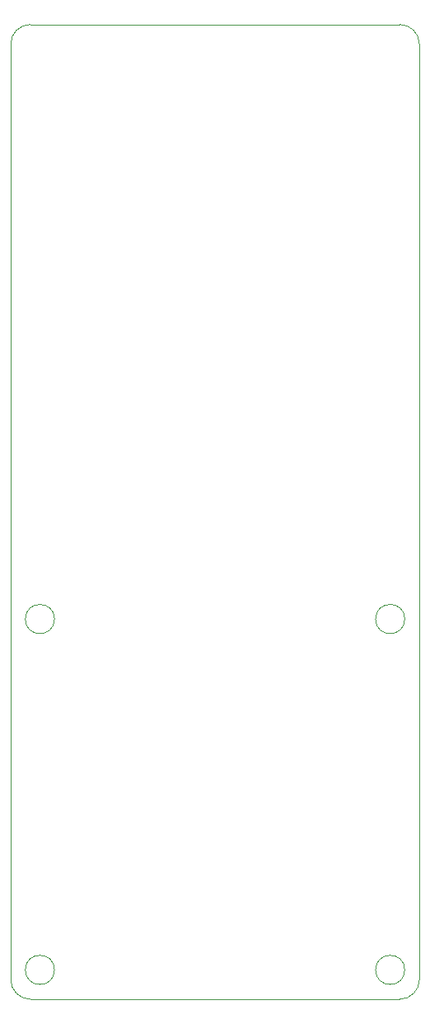
<source format=gm1>
%TF.GenerationSoftware,KiCad,Pcbnew,7.0.6-1.fc38*%
%TF.CreationDate,2023-07-24T16:30:42-04:00*%
%TF.ProjectId,driver-pcb,64726976-6572-42d7-9063-622e6b696361,rev?*%
%TF.SameCoordinates,Original*%
%TF.FileFunction,Profile,NP*%
%FSLAX46Y46*%
G04 Gerber Fmt 4.6, Leading zero omitted, Abs format (unit mm)*
G04 Created by KiCad (PCBNEW 7.0.6-1.fc38) date 2023-07-24 16:30:42*
%MOMM*%
%LPD*%
G01*
G04 APERTURE LIST*
%TA.AperFunction,Profile*%
%ADD10C,0.100000*%
%TD*%
G04 APERTURE END LIST*
D10*
X160000000Y-146000000D02*
G75*
G03*
X162000000Y-144000000I0J2000000D01*
G01*
X120000000Y-144000000D02*
G75*
G03*
X122000000Y-146000000I2000000J0D01*
G01*
X122000000Y-46000000D02*
G75*
G03*
X120000000Y-48000000I0J-2000000D01*
G01*
X162000000Y-48000000D02*
G75*
G03*
X160000000Y-46000000I-2000000J0D01*
G01*
X122000000Y-46000000D02*
X160000000Y-46000000D01*
X120000000Y-144000000D02*
X120000000Y-48000000D01*
X160000000Y-146000000D02*
X122000000Y-146000000D01*
X162000000Y-48000000D02*
X162000000Y-144000000D01*
X124500000Y-143000000D02*
G75*
G03*
X124500000Y-143000000I-1500000J0D01*
G01*
X160500000Y-143000000D02*
G75*
G03*
X160500000Y-143000000I-1500000J0D01*
G01*
X160500000Y-107000000D02*
G75*
G03*
X160500000Y-107000000I-1500000J0D01*
G01*
X124500000Y-107000000D02*
G75*
G03*
X124500000Y-107000000I-1500000J0D01*
G01*
M02*

</source>
